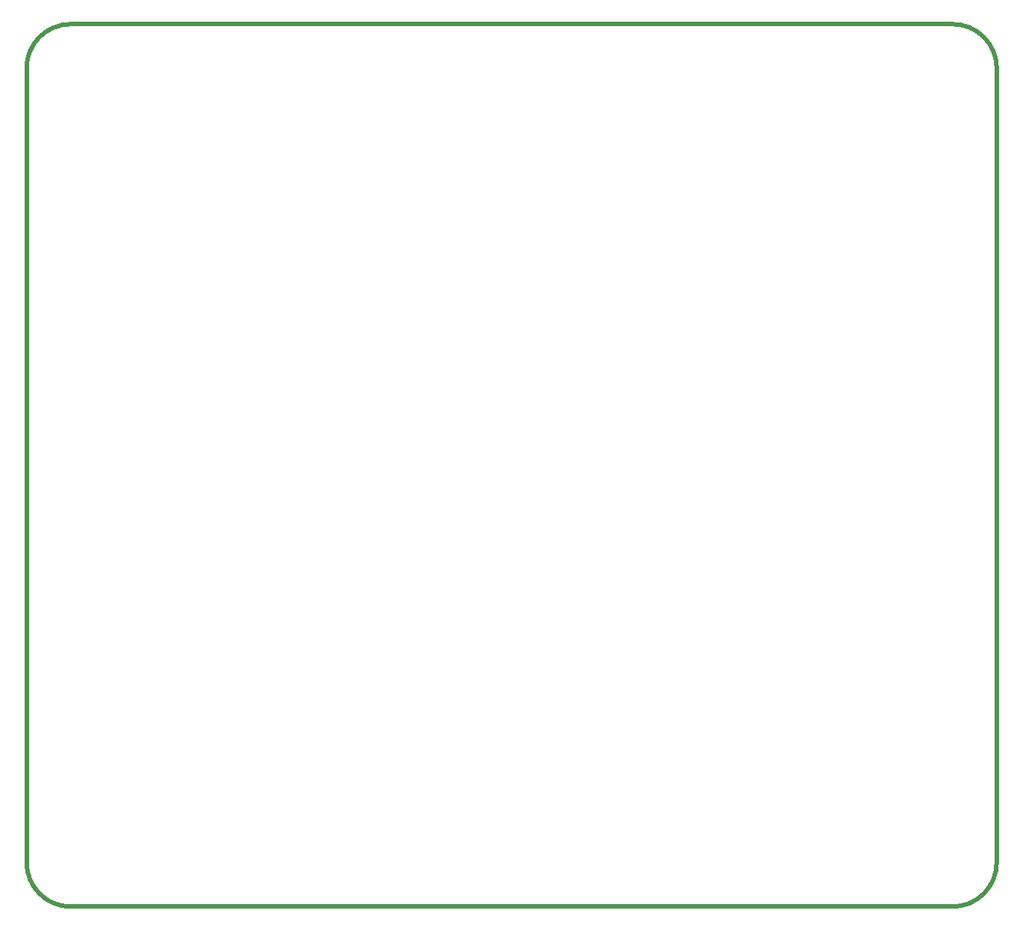
<source format=gbr>
%TF.GenerationSoftware,KiCad,Pcbnew,5.1.10-88a1d61d58~88~ubuntu20.04.1*%
%TF.CreationDate,2021-06-01T08:53:22+02:00*%
%TF.ProjectId,jbc-miniregler,6a62632d-6d69-46e6-9972-65676c65722e,rev?*%
%TF.SameCoordinates,Original*%
%TF.FileFunction,Profile,NP*%
%FSLAX46Y46*%
G04 Gerber Fmt 4.6, Leading zero omitted, Abs format (unit mm)*
G04 Created by KiCad (PCBNEW 5.1.10-88a1d61d58~88~ubuntu20.04.1) date 2021-06-01 08:53:22*
%MOMM*%
%LPD*%
G01*
G04 APERTURE LIST*
%TA.AperFunction,Profile*%
%ADD10C,0.500000*%
%TD*%
G04 APERTURE END LIST*
D10*
X91000000Y-138000000D02*
X91000000Y-114000000D01*
X196000000Y-143000000D02*
X96000000Y-143000000D01*
X201000000Y-48000000D02*
X201000000Y-138000000D01*
X96000000Y-43000000D02*
X196000000Y-43000000D01*
X91000000Y-93000000D02*
X91000000Y-114000000D01*
X91000000Y-93000000D02*
X91000000Y-48000000D01*
X201000000Y-138000000D02*
G75*
G02*
X196000000Y-143000000I-5000000J0D01*
G01*
X96000000Y-143000000D02*
G75*
G02*
X91000000Y-138000000I0J5000000D01*
G01*
X91000000Y-48000000D02*
G75*
G02*
X96000000Y-43000000I5000000J0D01*
G01*
X196000000Y-43000000D02*
G75*
G02*
X201000000Y-48000000I0J-5000000D01*
G01*
M02*

</source>
